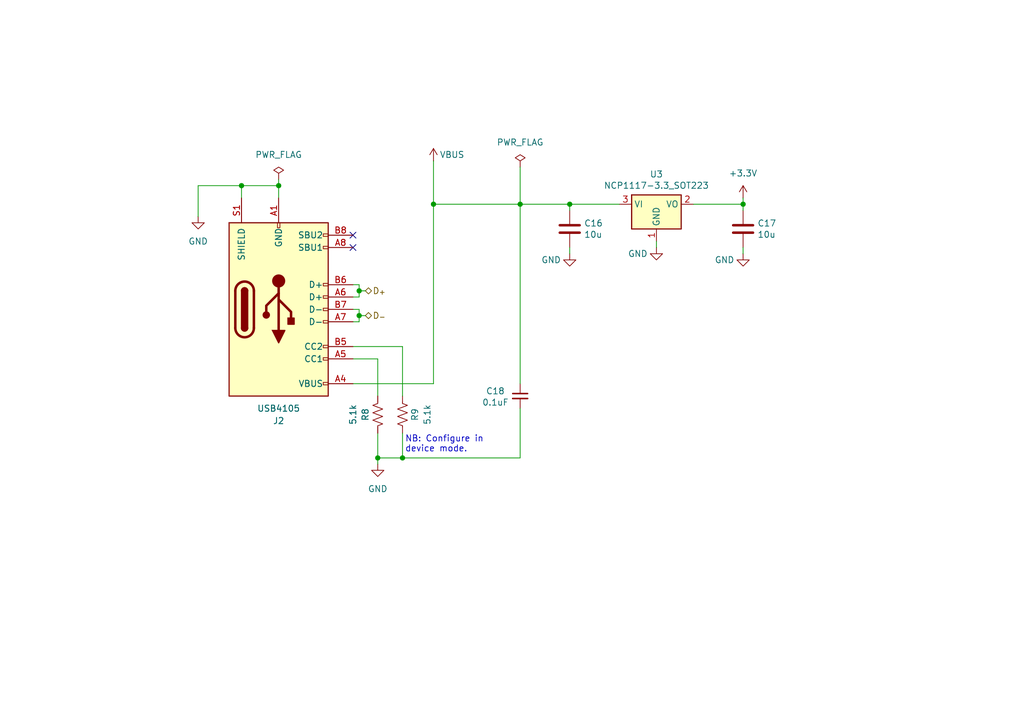
<source format=kicad_sch>
(kicad_sch (version 20231120) (generator "eeschema") (generator_version "8.0")
  (paper "A5")
  (lib_symbols
    (symbol "Connector:USB_C_Receptacle_USB2.0_16P" (pin_names (offset 1.016))
      (property "Reference" "J" (at 0 22.225 0))
      (property "Value" "USB_C_Receptacle_USB2.0_16P" (at 0 19.685 0))
      (symbol "USB_C_Receptacle_USB2.0_16P_0_0"
        (rectangle (start -0.254 -17.78) (end 0.254 -16.764))
        (rectangle (start 10.16 -14.986) (end 9.144 -15.494))
        (rectangle (start 10.16 -12.446) (end 9.144 -12.954))
        (rectangle (start 10.16 -4.826) (end 9.144 -5.334))
        (rectangle (start 10.16 -2.286) (end 9.144 -2.794))
        (rectangle (start 10.16 0.254) (end 9.144 -0.254))
        (rectangle (start 10.16 2.794) (end 9.144 2.286))
        (rectangle (start 10.16 7.874) (end 9.144 7.366))
        (rectangle (start 10.16 10.414) (end 9.144 9.906))
        (rectangle (start 10.16 15.494) (end 9.144 14.986))
      )
      (symbol "USB_C_Receptacle_USB2.0_16P_0_1"
        (rectangle (start -10.16 17.78) (end 10.16 -17.78) (stroke (width 0.254)) (fill (type background)))
        (arc (start -8.89 -3.81) (mid -6.985 -5.7067) (end -5.08 -3.81) (stroke (width 0.508)))
        (arc (start -7.62 -3.81) (mid -6.985 -4.4423) (end -6.35 -3.81) (stroke (width 0.254)))
        (arc (start -7.62 -3.81) (mid -6.985 -4.4423) (end -6.35 -3.81) (stroke (width 0.254)) (fill (type outline)))
        (rectangle (start -7.62 -3.81) (end -6.35 3.81) (stroke (width 0.254)) (fill (type outline)))
        (arc (start -6.35 3.81) (mid -6.985 4.4423) (end -7.62 3.81) (stroke (width 0.254)))
        (arc (start -6.35 3.81) (mid -6.985 4.4423) (end -7.62 3.81) (stroke (width 0.254)) (fill (type outline)))
        (arc (start -5.08 3.81) (mid -6.985 5.7067) (end -8.89 3.81) (stroke (width 0.508)))
        (circle (center -2.54 1.143) (radius 0.635) (stroke (width 0.254)) (fill (type outline)))
        (circle (center 0 -5.842) (radius 1.27) (fill (type outline)))
        (polyline (pts (xy -8.89 -3.81) (xy -8.89 3.81)) (stroke (width 0.508)))
        (polyline (pts (xy -5.08 3.81) (xy -5.08 -3.81)) (stroke (width 0.508)))
        (polyline (pts (xy 0 -5.842) (xy 0 4.318)) (stroke (width 0.508)))
        (polyline (pts (xy 0 -3.302) (xy -2.54 -0.762) (xy -2.54 0.508)) (stroke (width 0.508)))
        (polyline (pts (xy 0 -2.032) (xy 2.54 0.508) (xy 2.54 1.778)) (stroke (width 0.508)))
        (polyline (pts (xy -1.27 4.318) (xy 0 6.858) (xy 1.27 4.318) (xy -1.27 4.318)) (stroke (width 0.254)) (fill (type outline)))
        (rectangle (start 1.905 1.778) (end 3.175 3.048) (stroke (width 0.254)) (fill (type outline)))
      )
      (symbol "USB_C_Receptacle_USB2.0_16P_1_1"
        (pin passive line (at 0 -22.86 90) (length 5.08) (name "GND") (number "A1"))
        (pin passive line (at 0 -22.86 90) (length 5.08) hide (name "GND") (number "A12"))
        (pin passive line (at 15.24 15.24 180) (length 5.08) (name "VBUS") (number "A4"))
        (pin bidirectional line (at 15.24 10.16 180) (length 5.08) (name "CC1") (number "A5"))
        (pin bidirectional line (at 15.24 -2.54 180) (length 5.08) (name "D+") (number "A6"))
        (pin bidirectional line (at 15.24 2.54 180) (length 5.08) (name "D-") (number "A7"))
        (pin bidirectional line (at 15.24 -12.7 180) (length 5.08) (name "SBU1") (number "A8"))
        (pin passive line (at 15.24 15.24 180) (length 5.08) hide (name "VBUS") (number "A9"))
        (pin passive line (at 0 -22.86 90) (length 5.08) hide (name "GND") (number "B1"))
        (pin passive line (at 0 -22.86 90) (length 5.08) hide (name "GND") (number "B12"))
        (pin passive line (at 15.24 15.24 180) (length 5.08) hide (name "VBUS") (number "B4"))
        (pin bidirectional line (at 15.24 7.62 180) (length 5.08) (name "CC2") (number "B5"))
        (pin bidirectional line (at 15.24 -5.08 180) (length 5.08) (name "D+") (number "B6"))
        (pin bidirectional line (at 15.24 0 180) (length 5.08) (name "D-") (number "B7"))
        (pin bidirectional line (at 15.24 -15.24 180) (length 5.08) (name "SBU2") (number "B8"))
        (pin passive line (at 15.24 15.24 180) (length 5.08) hide (name "VBUS") (number "B9"))
        (pin passive line (at -7.62 -22.86 90) (length 5.08) (name "SHIELD") (number "S1"))
      )
    )
    (symbol "Device:C" (pin_numbers hide) (pin_names (offset 0.254))
      (property "Reference" "C" (at 0.635 2.54 0))
      (property "Value" "C" (at 0.635 -2.54 0))
      (symbol "C_0_1"
        (polyline (pts (xy -2.032 -0.762) (xy 2.032 -0.762)) (stroke (width 0.508)))
        (polyline (pts (xy -2.032 0.762) (xy 2.032 0.762)) (stroke (width 0.508)))
      )
      (symbol "C_1_1"
        (pin passive line (at 0 3.81 270) (length 2.794) (name "~") (number "1"))
        (pin passive line (at 0 -3.81 90) (length 2.794) (name "~") (number "2"))
      )
    )
    (symbol "Device:C_Small" (pin_numbers hide) (pin_names (offset 0.254) hide)
      (property "Reference" "C" (at 0.254 1.778 0))
      (property "Value" "C_Small" (at 0.254 -2.032 0))
      (symbol "C_Small_0_1"
        (polyline (pts (xy -1.524 -0.508) (xy 1.524 -0.508)) (stroke (width 0.3302)))
        (polyline (pts (xy -1.524 0.508) (xy 1.524 0.508)) (stroke (width 0.3048)))
      )
      (symbol "C_Small_1_1"
        (pin passive line (at 0 2.54 270) (length 2.032) (name "~") (number "1"))
        (pin passive line (at 0 -2.54 90) (length 2.032) (name "~") (number "2"))
      )
    )
    (symbol "Device:R_US" (pin_numbers hide) (pin_names (offset 0))
      (property "Reference" "R" (at 2.54 0 90))
      (property "Value" "R_US" (at -2.54 0 90))
      (symbol "R_US_0_1"
        (polyline (pts (xy 0 -2.286) (xy 0 -2.54)))
        (polyline (pts (xy 0 2.286) (xy 0 2.54)))
        (polyline (pts (xy 0 -0.762) (xy 1.016 -1.143) (xy 0 -1.524) (xy -1.016 -1.905) (xy 0 -2.286)))
        (polyline (pts (xy 0 0.762) (xy 1.016 0.381) (xy 0 0) (xy -1.016 -0.381) (xy 0 -0.762)))
        (polyline (pts (xy 0 2.286) (xy 1.016 1.905) (xy 0 1.524) (xy -1.016 1.143) (xy 0 0.762)))
      )
      (symbol "R_US_1_1"
        (pin passive line (at 0 3.81 270) (length 1.27) (name "~") (number "1"))
        (pin passive line (at 0 -3.81 90) (length 1.27) (name "~") (number "2"))
      )
    )
    (symbol "Regulator_Linear:NCP1117-3.3_SOT223"
      (property "Reference" "U" (at -3.81 3.175 0))
      (property "Value" "NCP1117-3.3_SOT223" (at 0 3.175 0))
      (symbol "NCP1117-3.3_SOT223_0_1"
        (rectangle (start -5.08 -5.08) (end 5.08 1.905) (stroke (width 0.254)) (fill (type background)))
      )
      (symbol "NCP1117-3.3_SOT223_1_1"
        (pin power_in line (at 0 -7.62 90) (length 2.54) (name "GND") (number "1"))
        (pin power_out line (at 7.62 0 180) (length 2.54) (name "VO") (number "2"))
        (pin power_in line (at -7.62 0 0) (length 2.54) (name "VI") (number "3"))
      )
    )
    (symbol "power:+3.3V" (power) (pin_numbers hide) (pin_names (offset 0) hide)
      (property "Value" "+3.3V" (at 0 3.556 0))
      (symbol "+3.3V_0_1"
        (polyline (pts (xy -0.762 1.27) (xy 0 2.54)))
        (polyline (pts (xy 0 0) (xy 0 2.54)))
        (polyline (pts (xy 0 2.54) (xy 0.762 1.27)))
      )
      (symbol "+3.3V_1_1"
        (pin power_in line (at 0 0 90) (length 0) (name "~") (number "1"))
      )
    )
    (symbol "power:GND" (power) (pin_numbers hide) (pin_names (offset 0) hide)
      (property "Value" "GND" (at 0 -3.81 0))
      (symbol "GND_0_1"
        (polyline (pts (xy 0 0) (xy 0 -1.27) (xy 1.27 -1.27) (xy 0 -2.54) (xy -1.27 -1.27) (xy 0 -1.27)))
      )
      (symbol "GND_1_1"
        (pin power_in line (at 0 0 270) (length 0) (name "~") (number "1"))
      )
    )
    (symbol "power:PWR_FLAG" (power) (pin_numbers hide) (pin_names (offset 0) hide)
      (property "Value" "PWR_FLAG" (at 0 3.81 0))
      (symbol "PWR_FLAG_0_0"
        (pin power_out line (at 0 0 90) (length 0) (name "~") (number "1"))
      )
      (symbol "PWR_FLAG_0_1"
        (polyline (pts (xy 0 0) (xy 0 1.27) (xy -1.016 1.905) (xy 0 2.54) (xy 1.016 1.905) (xy 0 1.27)))
      )
    )
    (symbol "power:VBUS" (power) (pin_numbers hide) (pin_names (offset 0) hide)
      (property "Value" "VBUS" (at 0 3.556 0))
      (symbol "VBUS_0_1"
        (polyline (pts (xy -0.762 1.27) (xy 0 2.54)))
        (polyline (pts (xy 0 0) (xy 0 2.54)))
        (polyline (pts (xy 0 2.54) (xy 0.762 1.27)))
      )
      (symbol "VBUS_1_1"
        (pin power_in line (at 0 0 90) (length 0) (name "~") (number "1"))
      )
    )
  )
  (junction (at 88.9 41.91))
  (junction (at 152.4 41.91))
  (junction (at 116.84 41.91))
  (junction (at 106.68 41.91))
  (junction (at 77.47 93.98))
  (junction (at 73.66 59.69))
  (junction (at 57.15 38.1))
  (junction (at 82.55 93.98))
  (junction (at 73.66 64.77))
  (junction (at 49.53 38.1))
  (no_connect (at 72.39 48.26))
  (no_connect (at 72.39 50.8))
  (wire (pts (xy 88.9 33.02) (xy 88.9 41.91)))
  (wire (pts (xy 127 41.91) (xy 116.84 41.91)))
  (wire (pts (xy 106.68 41.91) (xy 106.68 78.74)))
  (wire (pts (xy 152.4 41.91) (xy 152.4 40.64)))
  (wire (pts (xy 88.9 41.91) (xy 88.9 78.74)))
  (wire (pts (xy 73.66 64.77) (xy 74.93 64.77)))
  (wire (pts (xy 49.53 38.1) (xy 40.64 38.1)))
  (wire (pts (xy 152.4 50.8) (xy 152.4 52.07)))
  (wire (pts (xy 142.24 41.91) (xy 152.4 41.91)))
  (wire (pts (xy 72.39 60.96) (xy 73.66 60.96)))
  (wire (pts (xy 116.84 50.8) (xy 116.84 52.07)))
  (wire (pts (xy 152.4 43.18) (xy 152.4 41.91)))
  (wire (pts (xy 106.68 41.91) (xy 116.84 41.91)))
  (wire (pts (xy 77.47 88.9) (xy 77.47 93.98)))
  (wire (pts (xy 82.55 88.9) (xy 82.55 93.98)))
  (wire (pts (xy 49.53 38.1) (xy 49.53 40.64)))
  (wire (pts (xy 77.47 93.98) (xy 82.55 93.98)))
  (wire (pts (xy 57.15 38.1) (xy 49.53 38.1)))
  (wire (pts (xy 72.39 63.5) (xy 73.66 63.5)))
  (wire (pts (xy 82.55 71.12) (xy 82.55 81.28)))
  (wire (pts (xy 106.68 83.82) (xy 106.68 93.98)))
  (wire (pts (xy 72.39 58.42) (xy 73.66 58.42)))
  (wire (pts (xy 72.39 78.74) (xy 88.9 78.74)))
  (wire (pts (xy 77.47 73.66) (xy 77.47 81.28)))
  (wire (pts (xy 88.9 41.91) (xy 106.68 41.91)))
  (wire (pts (xy 73.66 64.77) (xy 73.66 66.04)))
  (wire (pts (xy 72.39 73.66) (xy 77.47 73.66)))
  (wire (pts (xy 72.39 66.04) (xy 73.66 66.04)))
  (wire (pts (xy 57.15 40.64) (xy 57.15 38.1)))
  (wire (pts (xy 73.66 59.69) (xy 73.66 60.96)))
  (wire (pts (xy 57.15 36.83) (xy 57.15 38.1)))
  (wire (pts (xy 40.64 38.1) (xy 40.64 44.45)))
  (wire (pts (xy 77.47 93.98) (xy 77.47 95.25)))
  (wire (pts (xy 82.55 93.98) (xy 106.68 93.98)))
  (wire (pts (xy 73.66 58.42) (xy 73.66 59.69)))
  (wire (pts (xy 73.66 59.69) (xy 74.93 59.69)))
  (wire (pts (xy 134.62 49.53) (xy 134.62 50.8)))
  (wire (pts (xy 73.66 63.5) (xy 73.66 64.77)))
  (wire (pts (xy 116.84 43.18) (xy 116.84 41.91)))
  (wire (pts (xy 106.68 34.29) (xy 106.68 41.91)))
  (wire (pts (xy 72.39 71.12) (xy 82.55 71.12)))
  (text "NB: Configure in\ndevice mode." (at 83.058 92.964 0) (effects (font (size 1.27 1.27)) (justify left bottom)))
  (hierarchical_label "D_{-}" (shape bidirectional) (at 74.93 64.77 0))
  (hierarchical_label "D_{+}" (shape bidirectional) (at 74.93 59.69 0))
  (symbol (lib_id "Device:C") (at 152.4 46.99 0) (unit 1)
    (property "Reference" "C17" (at 155.321 45.8216 0) (effects (justify left)))
    (property "Value" "10u" (at 155.321 48.133 0) (effects (justify left)))
    (property "Footprint" "Capacitor_SMD:C_0805_2012Metric" (effects (hide yes)))
    (property "Description" "Unpolarized capacitor" (effects (hide yes)))
  )
  (symbol (lib_id "power:GND") (at 40.64 44.45 0) (mirror y) (unit 1)
    (property "Reference" "#PWR030" (effects (hide yes)))
    (property "Value" "GND" (at 40.64 49.53 0))
    (property "Description" "Power symbol creates a global label with name \"GND\" , ground" (effects (hide yes)))
  )
  (symbol (lib_id "Device:C_Small") (at 106.68 81.28 0) (mirror y) (unit 1)
    (property "Reference" "C18" (at 101.6 80.264 0))
    (property "Value" "0.1uF" (at 101.6 82.5754 0))
    (property "Footprint" "Capacitor_SMD:C_0603_1608Metric" (effects (hide yes)))
    (property "Description" "Unpolarized capacitor, small symbol" (effects (hide yes)))
  )
  (symbol (lib_id "Device:R_US") (at 82.55 85.09 180) (unit 1)
    (property "Reference" "R9" (at 85.09 85.09 90))
    (property "Value" "5.1k" (at 87.63 85.09 90))
    (property "Footprint" "Resistor_SMD:R_0402_1005Metric" (effects (hide yes)))
    (property "Description" "Resistor, US symbol" (effects (hide yes)))
  )
  (symbol (lib_id "power:PWR_FLAG") (at 106.68 34.29 0) (unit 1)
    (property "Reference" "#FLG01" (effects (hide yes)))
    (property "Value" "PWR_FLAG" (at 106.68 29.21 0))
    (property "Description" "Special symbol for telling ERC where power comes from" (effects (hide yes)))
  )
  (symbol (lib_id "Connector:USB_C_Receptacle_USB2.0_16P") (at 57.15 63.5 0) (mirror x) (unit 1)
    (property "Reference" "J2" (at 57.15 86.36 0))
    (property "Value" "USB4105" (at 57.15 83.82 0))
    (property "Footprint" "Connector_USB:USB_C_Receptacle_GCT_USB4105-xx-A_16P_TopMnt_Horizontal" (effects (hide yes)))
    (property "Datasheet" "https://www.usb.org/sites/default/files/documents/usb_type-c.zip" (effects (hide yes)))
    (property "Description" "USB 2.0-only 16P Type-C Receptacle connector" (effects (hide yes)))
  )
  (symbol (lib_id "power:VBUS") (at 88.9 33.02 0) (unit 1)
    (property "Reference" "#PWR028" (effects (hide yes)))
    (property "Value" "VBUS" (at 92.71 31.75 0))
    (property "Description" "Power symbol creates a global label with name \"VBUS\"" (effects (hide yes)))
  )
  (symbol (lib_id "power:GND") (at 77.47 95.25 0) (mirror y) (unit 1)
    (property "Reference" "#PWR034" (effects (hide yes)))
    (property "Value" "GND" (at 77.47 100.33 0))
    (property "Description" "Power symbol creates a global label with name \"GND\" , ground" (effects (hide yes)))
  )
  (symbol (lib_id "power:GND") (at 134.62 50.8 0) (unit 1)
    (property "Reference" "#PWR031" (effects (hide yes)))
    (property "Value" "GND" (at 130.81 52.07 0))
    (property "Description" "Power symbol creates a global label with name \"GND\" , ground" (effects (hide yes)))
  )
  (symbol (lib_id "Device:R_US") (at 77.47 85.09 0) (mirror x) (unit 1)
    (property "Reference" "R8" (at 74.93 85.09 90))
    (property "Value" "5.1k" (at 72.39 85.09 90))
    (property "Footprint" "Resistor_SMD:R_0402_1005Metric" (effects (hide yes)))
    (property "Description" "Resistor, US symbol" (effects (hide yes)))
  )
  (symbol (lib_id "Regulator_Linear:NCP1117-3.3_SOT223") (at 134.62 41.91 0) (unit 1)
    (property "Reference" "U3" (at 134.62 35.7632 0))
    (property "Value" "NCP1117-3.3_SOT223" (at 134.62 38.0746 0))
    (property "Footprint" "Package_TO_SOT_SMD:SOT-223-3_TabPin2" (effects (hide yes)))
    (property "Datasheet" "http://www.onsemi.com/pub_link/Collateral/NCP1117-D.PDF" (effects (hide yes)))
    (property "Description" "1A Low drop-out regulator, Fixed Output 3.3V, SOT-223" (effects (hide yes)))
  )
  (symbol (lib_id "power:+3.3V") (at 152.4 40.64 0) (unit 1)
    (property "Reference" "#PWR029" (effects (hide yes)))
    (property "Value" "+3.3V" (at 152.4 35.56 0))
    (property "Description" "Power symbol creates a global label with name \"+3.3V\"" (effects (hide yes)))
  )
  (symbol (lib_id "Device:C") (at 116.84 46.99 0) (unit 1)
    (property "Reference" "C16" (at 119.761 45.8216 0) (effects (justify left)))
    (property "Value" "10u" (at 119.761 48.133 0) (effects (justify left)))
    (property "Footprint" "Capacitor_SMD:C_0805_2012Metric" (effects (hide yes)))
    (property "Description" "Unpolarized capacitor" (effects (hide yes)))
  )
  (symbol (lib_id "power:GND") (at 116.84 52.07 0) (unit 1)
    (property "Reference" "#PWR032" (effects (hide yes)))
    (property "Value" "GND" (at 113.03 53.34 0))
    (property "Description" "Power symbol creates a global label with name \"GND\" , ground" (effects (hide yes)))
  )
  (symbol (lib_id "power:PWR_FLAG") (at 57.15 36.83 0) (unit 1)
    (property "Reference" "#FLG02" (effects (hide yes)))
    (property "Value" "PWR_FLAG" (at 57.15 31.75 0))
    (property "Description" "Special symbol for telling ERC where power comes from" (effects (hide yes)))
  )
  (symbol (lib_id "power:GND") (at 152.4 52.07 0) (unit 1)
    (property "Reference" "#PWR033" (effects (hide yes)))
    (property "Value" "GND" (at 148.59 53.34 0))
    (property "Description" "Power symbol creates a global label with name \"GND\" , ground" (effects (hide yes)))
  )
)
</source>
